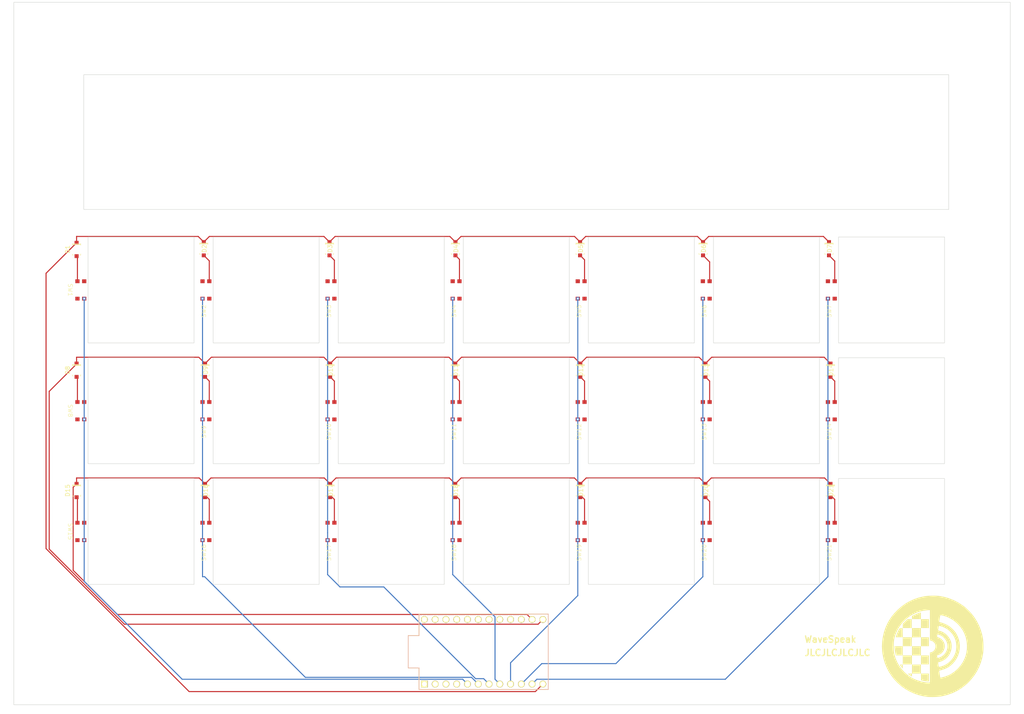
<source format=kicad_pcb>
(kicad_pcb (version 20221018) (generator pcbnew)
  (layers (0 "F.Cu" signal) (31 "B.Cu" signal) (34 "B.Paste" user) (35 "F.Paste" user) (36 "B.SilkS" user "B.Silkscreen") (37 "F.SilkS" user "F.Silkscreen") (38 "B.Mask" user) (39 "F.Mask" user) (44 "Edge.Cuts" user))
  (net 0 "")
  (net 1 "ROW0")
  (net 2 "ROW1")
  (net 3 "ROW2")
  (net 4 "COL0")
  (net 5 "COL1")
  (net 6 "COL2")
  (net 7 "COL3")
  (net 8 "COL4")
  (net 9 "COL5")
  (net 10 "COL6")
  (net 25 "Net-(D1-PadA)")
  (net 26 "Net-(D2-PadA)")
  (net 27 "Net-(D3-PadA)")
  (net 28 "Net-(D4-PadA)")
  (net 29 "Net-(D5-PadA)")
  (net 30 "Net-(D6-PadA)")
  (net 31 "Net-(D7-PadA)")
  (net 32 "Net-(D8-PadA)")
  (net 33 "Net-(D9-PadA)")
  (net 34 "Net-(D10-PadA)")
  (net 35 "Net-(D11-PadA)")
  (net 36 "Net-(D12-PadA)")
  (net 37 "Net-(D13-PadA)")
  (net 38 "Net-(D14-PadA)")
  (net 39 "Net-(D15-PadA)")
  (net 40 "Net-(D16-PadA)")
  (net 41 "Net-(D17-PadA)")
  (net 42 "Net-(D18-PadA)")
  (net 43 "Net-(D19-PadA)")
  (net 44 "Net-(D20-PadA)")
  (net 45 "Net-(D21-PadA)")
  (footprint "CustomSwitch:SW_223J" (layer "F.Cu") (at 207 81.809 90)
    (fp_text reference "SW7" (at -5 -0.5 90 unlocked) (layer "F.SilkS") (effects (font (thickness 0.1))))
    (fp_text value "SW_Push")
    (pad "1" smd rect (at 2.05 -0.8 90) (size 0.9 1) (layers "F.Cu" "F.Paste" "F.Mask") (net 10 "COL6"))
    (pad "2" smd rect (at 2.05 0.8 90) (size 0.9 1) (layers "F.Cu" "F.Paste" "F.Mask") (net 31 "Net-(D7-PadA)"))
    (pad "3" smd rect (at -2.05 0.8 90) (size 0.9 1) (layers "F.Cu" "F.Paste" "F.Mask"))
    (pad "4" smd rect (at -2.05 -0.8 90) (size 0.9 1) (layers "F.Cu" "F.Paste" "F.Mask") (net 10 "COL6"))
  )
  (footprint "CustomSwitch:SW_223J" (layer "F.Cu") (at 177.5 110.309 90)
    (fp_text reference "SW13" (at -5 -0.5 90 unlocked) (layer "F.SilkS") (effects (font (thickness 0.1))))
    (fp_text value "SW_Push")
    (pad "1" smd rect (at 2.05 -0.8 90) (size 0.9 1) (layers "F.Cu" "F.Paste" "F.Mask") (net 9 "COL5"))
    (pad "2" smd rect (at 2.05 0.8 90) (size 0.9 1) (layers "F.Cu" "F.Paste" "F.Mask") (net 37 "Net-(D13-PadA)"))
    (pad "3" smd rect (at -2.05 0.8 90) (size 0.9 1) (layers "F.Cu" "F.Paste" "F.Mask"))
    (pad "4" smd rect (at -2.05 -0.8 90) (size 0.9 1) (layers "F.Cu" "F.Paste" "F.Mask") (net 9 "COL5"))
  )
  (footprint "CustomSwitch:SW_223J" (layer "F.Cu") (at 89 138.809 90)
    (fp_text reference "SW17" (at -5 -0.5 90 unlocked) (layer "F.SilkS") (effects (font (thickness 0.1))))
    (fp_text value "SW_Push")
    (pad "1" smd rect (at 2.05 -0.8 90) (size 0.9 1) (layers "F.Cu" "F.Paste" "F.Mask") (net 6 "COL2"))
    (pad "2" smd rect (at 2.05 0.8 90) (size 0.9 1) (layers "F.Cu" "F.Paste" "F.Mask") (net 41 "Net-(D17-PadA)"))
    (pad "3" smd rect (at -2.05 0.8 90) (size 0.9 1) (layers "F.Cu" "F.Paste" "F.Mask"))
    (pad "4" smd rect (at -2.05 -0.8 90) (size 0.9 1) (layers "F.Cu" "F.Paste" "F.Mask") (net 6 "COL2"))
  )
  (footprint "CustomSwitch:SW_223J" (layer "F.Cu") (at 207 110.309 90)
    (fp_text reference "SW14" (at -5 -0.5 90 unlocked) (layer "F.SilkS") (effects (font (thickness 0.1))))
    (fp_text value "SW_Push")
    (pad "1" smd rect (at 2.05 -0.8 90) (size 0.9 1) (layers "F.Cu" "F.Paste" "F.Mask") (net 10 "COL6"))
    (pad "2" smd rect (at 2.05 0.8 90) (size 0.9 1) (layers "F.Cu" "F.Paste" "F.Mask") (net 38 "Net-(D14-PadA)"))
    (pad "3" smd rect (at -2.05 0.8 90) (size 0.9 1) (layers "F.Cu" "F.Paste" "F.Mask"))
    (pad "4" smd rect (at -2.05 -0.8 90) (size 0.9 1) (layers "F.Cu" "F.Paste" "F.Mask") (net 10 "COL6"))
  )
  (footprint "digikey-footprints:SOD-123" (layer "F.Cu") (at 59.3 129.15 -90)
    (fp_text reference "D16" (at -0.01 -0.14 90) (layer "F.SilkS"))
    (fp_text value "1N4148W-TP")
    (pad "A" smd rect (at 1.575 0 270) (size 0.9 0.95) (layers "F.Cu" "F.Paste" "F.Mask") (net 40 "Net-(D16-PadA)"))
    (pad "K" smd rect (at -1.575 0 270) (size 0.9 0.95) (layers "F.Cu" "F.Paste" "F.Mask") (net 3 "ROW2"))
  )
  (footprint "digikey-footprints:SOD-123" (layer "F.Cu") (at 88.65 72.075 -90)
    (fp_text reference "D3" (at -0.01 -0.14 90) (layer "F.SilkS"))
    (fp_text value "1N4148W-TP")
    (pad "A" smd rect (at 1.575 0 270) (size 0.9 0.95) (layers "F.Cu" "F.Paste" "F.Mask") (net 27 "Net-(D3-PadA)"))
    (pad "K" smd rect (at -1.575 0 270) (size 0.9 0.95) (layers "F.Cu" "F.Paste" "F.Mask") (net 1 "ROW0"))
  )
  (footprint "CustomSwitch:SW_223J" (layer "F.Cu") (at 89 110.309 90)
    (fp_text reference "SW10" (at -5 -0.5 90 unlocked) (layer "F.SilkS") (effects (font (thickness 0.1))))
    (fp_text value "SW_Push")
    (pad "1" smd rect (at 2.05 -0.8 90) (size 0.9 1) (layers "F.Cu" "F.Paste" "F.Mask") (net 6 "COL2"))
    (pad "2" smd rect (at 2.05 0.8 90) (size 0.9 1) (layers "F.Cu" "F.Paste" "F.Mask") (net 34 "Net-(D10-PadA)"))
    (pad "3" smd rect (at -2.05 0.8 90) (size 0.9 1) (layers "F.Cu" "F.Paste" "F.Mask"))
    (pad "4" smd rect (at -2.05 -0.8 90) (size 0.9 1) (layers "F.Cu" "F.Paste" "F.Mask") (net 6 "COL2"))
  )
  (footprint "CustomSwitch:SW_223J" (layer "F.Cu") (at 118.5 81.809 90)
    (fp_text reference "SW4" (at -5 -0.5 90 unlocked) (layer "F.SilkS") (effects (font (thickness 0.1))))
    (fp_text value "SW_Push")
    (pad "1" smd rect (at 2.05 -0.8 90) (size 0.9 1) (layers "F.Cu" "F.Paste" "F.Mask") (net 7 "COL3"))
    (pad "2" smd rect (at 2.05 0.8 90) (size 0.9 1) (layers "F.Cu" "F.Paste" "F.Mask") (net 28 "Net-(D4-PadA)"))
    (pad "3" smd rect (at -2.05 0.8 90) (size 0.9 1) (layers "F.Cu" "F.Paste" "F.Mask"))
    (pad "4" smd rect (at -2.05 -0.8 90) (size 0.9 1) (layers "F.Cu" "F.Paste" "F.Mask") (net 7 "COL3"))
  )
  (footprint "digikey-footprints:SOD-123" (layer "F.Cu") (at 147.75 72.075 -90)
    (fp_text reference "D5" (at -0.01 -0.14 90) (layer "F.SilkS"))
    (fp_text value "1N4148W-TP")
    (pad "A" smd rect (at 1.575 0 270) (size 0.9 0.95) (layers "F.Cu" "F.Paste" "F.Mask") (net 29 "Net-(D5-PadA)"))
    (pad "K" smd rect (at -1.575 0 270) (size 0.9 0.95) (layers "F.Cu" "F.Paste" "F.Mask") (net 1 "ROW0"))
  )
  (footprint "CustomSwitch:SW_223J" (layer "F.Cu") (at 30 110.309 -90)
    (fp_text reference "SW8" (at 0 2.5 -90 unlocked) (layer "F.SilkS") (effects (font (thickness 0.1))))
    (fp_text value "SW_Push")
    (pad "1" smd rect (at 2.05 -0.8 270) (size 0.9 1) (layers "F.Cu" "F.Paste" "F.Mask") (net 4 "COL0"))
    (pad "2" smd rect (at 2.05 0.8 270) (size 0.9 1) (layers "F.Cu" "F.Paste" "F.Mask") (net 32 "Net-(D8-PadA)"))
    (pad "3" smd rect (at -2.05 0.8 270) (size 0.9 1) (layers "F.Cu" "F.Paste" "F.Mask") (net 32 "Net-(D8-PadA)"))
    (pad "4" smd rect (at -2.05 -0.8 270) (size 0.9 1) (layers "F.Cu" "F.Paste" "F.Mask") (net 4 "COL0"))
  )
  (footprint "digikey-footprints:SOD-123" (layer "F.Cu") (at 206.45 72.075 -90)
    (fp_text reference "D7" (at -0.01 -0.14 90) (layer "F.SilkS"))
    (fp_text value "1N4148W-TP")
    (pad "A" smd rect (at 1.575 0 270) (size 0.9 0.95) (layers "F.Cu" "F.Paste" "F.Mask") (net 31 "Net-(D7-PadA)"))
    (pad "K" smd rect (at -1.575 0 270) (size 0.9 0.95) (layers "F.Cu" "F.Paste" "F.Mask") (net 1 "ROW0"))
  )
  (footprint "MountingHole:MountingHole_3mm" (layer "F.Cu") (at 245.107 16.655)
    (fp_text reference "REF**" hide)
    (fp_text value "MountingHole_3mm")
    (pad "" np_thru_hole circle (at 0 0) (size 3 3) (drill 3) (layers "F&B.Cu" "*.Mask"))
  )
  (footprint "CustomSwitch:SW_223J" (layer "F.Cu") (at 59.5 81.809 90)
    (fp_text reference "SW2" (at -5 -0.5 90 unlocked) (layer "F.SilkS") (effects (font (thickness 0.1))))
    (fp_text value "SW_Push")
    (pad "1" smd rect (at 2.05 -0.8 90) (size 0.9 1) (layers "F.Cu" "F.Paste" "F.Mask") (net 5 "COL1"))
    (pad "2" smd rect (at 2.05 0.8 90) (size 0.9 1) (layers "F.Cu" "F.Paste" "F.Mask") (net 26 "Net-(D2-PadA)"))
    (pad "3" smd rect (at -2.05 0.8 90) (size 0.9 1) (layers "F.Cu" "F.Paste" "F.Mask"))
    (pad "4" smd rect (at -2.05 -0.8 90) (size 0.9 1) (layers "F.Cu" "F.Paste" "F.Mask") (net 5 "COL1"))
  )
  (footprint "Logos:wavespeakLogo" (layer "F.Cu") (at 230.95 165.95)
    (fp_text reference "G***" hide)
    (fp_text value "LOGO" hide)
  )
  (footprint "digikey-footprints:SOD-123" (layer "F.Cu") (at 177.3 100.75 -90)
    (fp_text reference "D13" (at -0.01 -0.14 90) (layer "F.SilkS"))
    (fp_text value "1N4148W-TP")
    (pad "A" smd rect (at 1.575 0 270) (size 0.9 0.95) (layers "F.Cu" "F.Paste" "F.Mask") (net 37 "Net-(D13-PadA)"))
    (pad "K" smd rect (at -1.575 0 270) (size 0.9 0.95) (layers "F.Cu" "F.Paste" "F.Mask") (net 2 "ROW1"))
  )
  (footprint "CustomSwitch:SW_223J" (layer "F.Cu") (at 148 81.809 90)
    (fp_text reference "SW5" (at -5 -0.5 90 unlocked) (layer "F.SilkS") (effects (font (thickness 0.1))))
    (fp_text value "SW_Push")
    (pad "1" smd rect (at 2.05 -0.8 90) (size 0.9 1) (layers "F.Cu" "F.Paste" "F.Mask") (net 8 "COL4"))
    (pad "2" smd rect (at 2.05 0.8 90) (size 0.9 1) (layers "F.Cu" "F.Paste" "F.Mask") (net 29 "Net-(D5-PadA)"))
    (pad "3" smd rect (at -2.05 0.8 90) (size 0.9 1) (layers "F.Cu" "F.Paste" "F.Mask"))
    (pad "4" smd rect (at -2.05 -0.8 90) (size 0.9 1) (layers "F.Cu" "F.Paste" "F.Mask") (net 8 "COL4"))
  )
  (footprint "CustomSwitch:SW_223J" (layer "F.Cu") (at 148 138.809 90)
    (fp_text reference "SW19" (at -5 -0.5 90 unlocked) (layer "F.SilkS") (effects (font (thickness 0.1))))
    (fp_text value "SW_Push")
    (pad "1" smd rect (at 2.05 -0.8 90) (size 0.9 1) (layers "F.Cu" "F.Paste" "F.Mask") (net 8 "COL4"))
    (pad "2" smd rect (at 2.05 0.8 90) (size 0.9 1) (layers "F.Cu" "F.Paste" "F.Mask") (net 43 "Net-(D19-PadA)"))
    (pad "3" smd rect (at -2.05 0.8 90) (size 0.9 1) (layers "F.Cu" "F.Paste" "F.Mask"))
    (pad "4" smd rect (at -2.05 -0.8 90) (size 0.9 1) (layers "F.Cu" "F.Paste" "F.Mask") (net 8 "COL4"))
  )
  (footprint "CustomSwitch:SW_223J" (layer "F.Cu") (at 207 138.809 90)
    (fp_text reference "SW21" (at -5 -0.5 90 unlocked) (layer "F.SilkS") (effects (font (thickness 0.1))))
    (fp_text value "SW_Push")
    (pad "1" smd rect (at 2.05 -0.8 90) (size 0.9 1) (layers "F.Cu" "F.Paste" "F.Mask") (net 10 "COL6"))
    (pad "2" smd rect (at 2.05 0.8 90) (size 0.9 1) (layers "F.Cu" "F.Paste" "F.Mask") (net 45 "Net-(D21-PadA)"))
    (pad "3" smd rect (at -2.05 0.8 90) (size 0.9 1) (layers "F.Cu" "F.Paste" "F.Mask"))
    (pad "4" smd rect (at -2.05 -0.8 90) (size 0.9 1) (layers "F.Cu" "F.Paste" "F.Mask") (net 10 "COL6"))
  )
  (footprint "digikey-footprints:SOD-123" (layer "F.Cu") (at 59 72.075 -90)
    (fp_text reference "D2" (at -0.01 -0.14 90) (layer "F.SilkS"))
    (fp_text value "1N4148W-TP")
    (pad "A" smd rect (at 1.575 0 270) (size 0.9 0.95) (layers "F.Cu" "F.Paste" "F.Mask") (net 26 "Net-(D2-PadA)"))
    (pad "K" smd rect (at -1.575 0 270) (size 0.9 0.95) (layers "F.Cu" "F.Paste" "F.Mask") (net 1 "ROW0"))
  )
  (footprint "digikey-footprints:SOD-123" (layer "F.Cu") (at 147.8 100.75 -90)
    (fp_text reference "D12" (at -0.01 -0.14 90) (layer "F.SilkS"))
    (fp_text value "1N4148W-TP")
    (pad "A" smd rect (at 1.575 0 270) (size 0.9 0.95) (layers "F.Cu" "F.Paste" "F.Mask") (net 36 "Net-(D12-PadA)"))
    (pad "K" smd rect (at -1.575 0 270) (size 0.9 0.95) (layers "F.Cu" "F.Paste" "F.Mask") (net 2 "ROW1"))
  )
  (footprint "CustomSwitch:SW_223J" (layer "F.Cu") (at 177.5 81.809 90)
    (fp_text reference "SW6" (at -5 -0.5 90 unlocked) (layer "F.SilkS") (effects (font (thickness 0.1))))
    (fp_text value "SW_Push")
    (pad "1" smd rect (at 2.05 -0.8 90) (size 0.9 1) (layers "F.Cu" "F.Paste" "F.Mask") (net 9 "COL5"))
    (pad "2" smd rect (at 2.05 0.8 90) (size 0.9 1) (layers "F.Cu" "F.Paste" "F.Mask") (net 30 "Net-(D6-PadA)"))
    (pad "3" smd rect (at -2.05 0.8 90) (size 0.9 1) (layers "F.Cu" "F.Paste" "F.Mask"))
    (pad "4" smd rect (at -2.05 -0.8 90) (size 0.9 1) (layers "F.Cu" "F.Paste" "F.Mask") (net 9 "COL5"))
  )
  (footprint "MountingHole:MountingHole_3mm" (layer "F.Cu") (at 18.277 16.655)
    (fp_text reference "REF**" hide)
    (fp_text value "MountingHole_3mm")
    (pad "" np_thru_hole circle (at 0 0) (size 3 3) (drill 3) (layers "F&B.Cu" "*.Mask"))
  )
  (footprint "digikey-footprints:SOD-123" (layer "F.Cu") (at 88.8 100.75 -90)
    (fp_text reference "D10" (at -0.01 -0.14 90) (layer "F.SilkS"))
    (fp_text value "1N4148W-TP")
    (pad "A" smd rect (at 1.575 0 270) (size 0.9 0.95) (layers "F.Cu" "F.Paste" "F.Mask") (net 34 "Net-(D10-PadA)"))
    (pad "K" smd rect (at -1.575 0 270) (size 0.9 0.95) (layers "F.Cu" "F.Paste" "F.Mask") (net 2 "ROW1"))
  )
  (footprint "CustomSwitch:SW_223J" (layer "F.Cu") (at 30 138.809 -90)
    (fp_text reference "SW15" (at 0 2.5 -90 unlocked) (layer "F.SilkS") (effects (font (thickness 0.1))))
    (fp_text value "SW_Push")
    (pad "1" smd rect (at 2.05 -0.8 270) (size 0.9 1) (layers "F.Cu" "F.Paste" "F.Mask") (net 4 "COL0"))
    (pad "2" smd rect (at 2.05 0.8 270) (size 0.9 1) (layers "F.Cu" "F.Paste" "F.Mask") (net 39 "Net-(D15-PadA)"))
    (pad "3" smd rect (at -2.05 0.8 270) (size 0.9 1) (layers "F.Cu" "F.Paste" "F.Mask") (net 39 "Net-(D15-PadA)"))
    (pad "4" smd rect (at -2.05 -0.8 270) (size 0.9 1) (layers "F.Cu" "F.Paste" "F.Mask") (net 4 "COL0"))
  )
  (footprint "digikey-footprints:SOD-123" (layer "F.Cu") (at 176.75 72.075 -90)
    (fp_text reference "D6" (at -0.01 -0.14 90) (layer "F.SilkS"))
    (fp_text value "1N4148W-TP")
    (pad "A" smd rect (at 1.575 0 270) (size 0.9 0.95) (layers "F.Cu" "F.Paste" "F.Mask") (net 30 "Net-(D6-PadA)"))
    (pad "K" smd rect (at -1.575 0 270) (size 0.9 0.95) (layers "F.Cu" "F.Paste" "F.Mask") (net 1 "ROW0"))
  )
  (footprint "CustomSwitch:SW_223J" (layer "F.Cu") (at 148 110.309 90)
    (fp_text reference "SW12" (at -5 -0.5 90 unlocked) (layer "F.SilkS") (effects (font (thickness 0.1))))
    (fp_text value "SW_Push")
    (pad "1" smd rect (at 2.05 -0.8 90) (size 0.9 1) (layers "F.Cu" "F.Paste" "F.Mask") (net 8 "COL4"))
    (pad "2" smd rect (at 2.05 0.8 90) (size 0.9 1) (layers "F.Cu" "F.Paste" "F.Mask") (net 36 "Net-(D12-PadA)"))
    (pad "3" smd rect (at -2.05 0.8 90) (size 0.9 1) (layers "F.Cu" "F.Paste" "F.Mask"))
    (pad "4" smd rect (at -2.05 -0.8 90) (size 0.9 1) (layers "F.Cu" "F.Paste" "F.Mask") (net 8 "COL4"))
  )
  (footprint "MountingHole:MountingHole_3mm" (layer "F.Cu") (at 245.107 177.065)
    (fp_text reference "REF**" hide)
    (fp_text value "MountingHole_3mm")
    (pad "" np_thru_hole circle (at 0 0) (size 3 3) (drill 3) (layers "F&B.Cu" "*.Mask"))
  )
  (footprint "digikey-footprints:SOD-123" (layer "F.Cu") (at 206.8 129.15 -90)
    (fp_text reference "D21" (at -0.01 -0.14 90) (layer "F.SilkS"))
    (fp_text value "1N4148W-TP")
    (pad "A" smd rect (at 1.575 0 270) (size 0.9 0.95) (layers "F.Cu" "F.Paste" "F.Mask") (net 45 "Net-(D21-PadA)"))
    (pad "K" smd rect (at -1.575 0 270) (size 0.9 0.95) (layers "F.Cu" "F.Paste" "F.Mask") (net 3 "ROW2"))
  )
  (footprint "CustomSwitch:SW_223J" (layer "F.Cu") (at 118.5 110.309 90)
    (fp_text reference "SW11" (at -5 -0.5 90 unlocked) (layer "F.SilkS") (effects (font (thickness 0.1))))
    (fp_text value "SW_Push")
    (pad "1" smd rect (at 2.05 -0.8 90) (size 0.9 1) (layers "F.Cu" "F.Paste" "F.Mask") (net 7 "COL3"))
    (pad "2" smd rect (at 2.05 0.8 90) (size 0.9 1) (layers "F.Cu" "F.Paste" "F.Mask") (net 35 "Net-(D11-PadA)"))
    (pad "3" smd rect (at -2.05 0.8 90) (size 0.9 1) (layers "F.Cu" "F.Paste" "F.Mask"))
    (pad "4" smd rect (at -2.05 -0.8 90) (size 0.9 1) (layers "F.Cu" "F.Paste" "F.Mask") (net 7 "COL3"))
  )
  (footprint "digikey-footprints:SOD-123" (layer "F.Cu") (at 147.8 129.15 -90)
    (fp_text reference "D19" (at -0.01 -0.14 90) (layer "F.SilkS"))
    (fp_text value "1N4148W-TP")
    (pad "A" smd rect (at 1.575 0 270) (size 0.9 0.95) (layers "F.Cu" "F.Paste" "F.Mask") (net 43 "Net-(D19-PadA)"))
    (pad "K" smd rect (at -1.575 0 270) (size 0.9 0.95) (layers "F.Cu" "F.Paste" "F.Mask") (net 3 "ROW2"))
  )
  (footprint "digikey-footprints:SOD-123" (layer "F.Cu") (at 29 129.15 -90)
    (fp_text reference "D15" (at -0.01 2.11 90) (layer "F.SilkS"))
    (fp_text value "1N4148W-TP")
    (pad "A" smd rect (at 1.575 0 270) (size 0.9 0.95) (layers "F.Cu" "F.Paste" "F.Mask") (net 39 "Net-(D15-PadA)"))
    (pad "K" smd rect (at -1.575 0 270) (size 0.9 0.95) (layers "F.Cu" "F.Paste" "F.Mask") (net 3 "ROW2"))
  )
  (footprint "promicro:ProMicro" (layer "F.Cu") (at 125 167.2)
    (fp_text reference "U1" hide)
    (fp_text value "ProMicro")
    (pad "1" thru_hole rect (at -13.97 7.62) (size 1.6 1.6) (drill 1.1) (layers "*.Cu" "*.Mask" "F.SilkS"))
    (pad "2" thru_hole circle (at -11.43 7.62) (size 1.6 1.6) (drill 1.1) (layers "*.Cu" "*.Mask" "F.SilkS"))
    (pad "3" thru_hole circle (at -8.89 7.62) (size 1.6 1.6) (drill 1.1) (layers "*.Cu" "*.Mask" "F.SilkS"))
    (pad "4" thru_hole circle (at -6.35 7.62) (size 1.6 1.6) (drill 1.1) (layers "*.Cu" "*.Mask" "F.SilkS"))
    (pad "5" thru_hole circle (at -3.81 7.62) (size 1.6 1.6) (drill 1.1) (layers "*.Cu" "*.Mask" "F.SilkS") (net 4 "COL0"))
    (pad "6" thru_hole circle (at -1.27 7.62) (size 1.6 1.6) (drill 1.1) (layers "*.Cu" "*.Mask" "F.SilkS") (net 5 "COL1"))
    (pad "7" thru_hole circle (at 1.27 7.62) (size 1.6 1.6) (drill 1.1) (layers "*.Cu" "*.Mask" "F.SilkS") (net 6 "COL2"))
    (pad "8" thru_hole circle (at 3.81 7.62) (size 1.6 1.6) (drill 1.1) (layers "*.Cu" "*.Mask" "F.SilkS") (net 7 "COL3"))
    (pad "9" thru_hole circle (at 6.35 7.62) (size 1.6 1.6) (drill 1.1) (layers "*.Cu" "*.Mask" "F.SilkS") (net 8 "COL4"))
    (pad "10" thru_hole circle (at 8.89 7.62) (size 1.6 1.6) (drill 1.1) (layers "*.Cu" "*.Mask" "F.SilkS") (net 9 "COL5"))
    (pad "11" thru_hole circle (at 11.43 7.62) (size 1.6 1.6) (drill 1.1) (layers "*.Cu" "*.Mask" "F.SilkS") (net 10 "COL6"))
    (pad "12" thru_hole circle (at 13.97 7.62) (size 1.6 1.6) (drill 1.1) (layers "*.Cu" "*.Mask" "F.SilkS") (net 1 "ROW0"))
    (pad "13" thru_hole circle (at 13.97 -7.62) (size 1.6 1.6) (drill 1.1) (layers "*.Cu" "*.Mask" "F.SilkS") (net 2 "ROW1"))
    (pad "14" thru_hole circle (at 11.43 -7.62) (size 1.6 1.6) (drill 1.1) (layers "*.Cu" "*.Mask" "F.SilkS") (net 3 "ROW2"))
    (pad "15" thru_hole circle (at 8.89 -7.62) (size 1.6 1.6) (drill 1.1) (layers "*.Cu" "*.Mask" "F.SilkS"))
    (pad "16" thru_hole circle (at 6.35 -7.62) (size 1.6 1.6) (drill 1.1) (layers "*.Cu" "*.Mask" "F.SilkS"))
    (pad "17" thru_hole circle (at 3.81 -7.62) (size 1.6 1.6) (drill 1.1) (layers "*.Cu" "*.Mask" "F.SilkS"))
    (pad "18" thru_hole circle (at 1.27 -7.62) (size 1.6 1.6) (drill 1.1) (layers "*.Cu" "*.Mask" "F.SilkS"))
    (pad "19" thru_hole circle (at -1.27 -7.62) (size 1.6 1.6) (drill 1.1) (layers "*.Cu" "*.Mask" "F.SilkS"))
    (pad "20" thru_hole circle (at -3.81 -7.62) (size 1.6 1.6) (drill 1.1) (layers "*.Cu" "*.Mask" "F.SilkS"))
    (pad "21" thru_hole circle (at -6.35 -7.62) (size 1.6 1.6) (drill 1.1) (layers "*.Cu" "*.Mask" "F.SilkS"))
    (pad "22" thru_hole circle (at -8.89 -7.62) (size 1.6 1.6) (drill 1.1) (layers "*.Cu" "*.Mask" "F.SilkS"))
    (pad "23" thru_hole circle (at -11.43 -7.62) (size 1.6 1.6) (drill 1.1) (layers "*.Cu" "*.Mask" "F.SilkS"))
    (pad "24" thru_hole circle (at -13.97 -7.62) (size 1.6 1.6) (drill 1.1) (layers "*.Cu" "*.Mask" "F.SilkS"))
  )
  (footprint "CustomSwitch:SW_223J" (layer "F.Cu") (at 59.5 110.309 90)
    (fp_text reference "SW9" (at -5 -0.5 90 unlocked) (layer "F.SilkS") (effects (font (thickness 0.1))))
    (fp_text value "SW_Push")
    (pad "1" smd rect (at 2.05 -0.8 90) (size 0.9 1) (layers "F.Cu" "F.Paste" "F.Mask") (net 5 "COL1"))
    (pad "2" smd rect (at 2.05 0.8 90) (size 0.9 1) (layers "F.Cu" "F.Paste" "F.Mask") (net 33 "Net-(D9-PadA)"))
    (pad "3" smd rect (at -2.05 0.8 90) (size 0.9 1) (layers "F.Cu" "F.Paste" "F.Mask"))
    (pad "4" smd rect (at -2.05 -0.8 90) (size 0.9 1) (layers "F.Cu" "F.Paste" "F.Mask") (net 5 "COL1"))
  )
  (footprint "digikey-footprints:SOD-123" (layer "F.Cu") (at 118.3 100.75 -90)
    (fp_text reference "D11" (at -0.01 -0.14 90) (layer "F.SilkS"))
    (fp_text value "1N4148W-TP")
    (pad "A" smd rect (at 1.575 0 270) (size 0.9 0.95) (layers "F.Cu" "F.Paste" "F.Mask") (net 35 "Net-(D11-PadA)"))
    (pad "K" smd rect (at -1.575 0 270) (size 0.9 0.95) (layers "F.Cu" "F.Paste" "F.Mask") (net 2 "ROW1"))
  )
  (footprint "CustomSwitch:SW_223J" (layer "F.Cu") (at 118.5 138.809 90)
    (fp_text reference "SW18" (at -5 -0.5 90 unlocked) (layer "F.SilkS") (effects (font (thickness 0.1))))
    (fp_text value "SW_Push")
    (pad "1" smd rect (at 2.05 -0.8 90) (size 0.9 1) (layers "F.Cu" "F.Paste" "F.Mask") (net 7 "COL3"))
    (pad "2" smd rect (at 2.05 0.8 90) (size 0.9 1) (layers "F.Cu" "F.Paste" "F.Mask") (net 42 "Net-(D18-PadA)"))
    (pad "3" smd rect (at -2.05 0.8 90) (size 0.9 1) (layers "F.Cu" "F.Paste" "F.Mask"))
    (pad "4" smd rect (at -2.05 -0.8 90) (size 0.9 1) (layers "F.Cu" "F.Paste" "F.Mask") (net 7 "COL3"))
  )
  (footprint "digikey-footprints:SOD-123" (layer "F.Cu") (at 29 100.75 -90)
    (fp_text reference "D8" (at -0.01 2.11 90) (layer "F.SilkS"))
    (fp_text value "1N4148W-TP")
    (pad "A" smd rect (at 1.575 0 270) (size 0.9 0.95) (layers "F.Cu" "F.Paste" "F.Mask") (net 32 "Net-(D8-PadA)"))
    (pad "K" smd rect (at -1.575 0 270) (size 0.9 0.95) (layers "F.Cu" "F.Paste" "F.Mask") (net 2 "ROW1"))
  )
  (footprint "digikey-footprints:SOD-123" (layer "F.Cu") (at 59.3 100.75 -90)
    (fp_text reference "D9" (at -0.01 -0.14 90) (layer "F.SilkS"))
    (fp_text value "1N4148W-TP")
    (pad "A" smd rect (at 1.575 0 270) (size 0.9 0.95) (layers "F.Cu" "F.Paste" "F.Mask") (net 33 "Net-(D9-PadA)"))
    (pad "K" smd rect (at -1.575 0 270) (size 0.9 0.95) (layers "F.Cu" "F.Paste" "F.Mask") (net 2 "ROW1"))
  )
  (footprint "CustomSwitch:SW_223J" (layer "F.Cu") (at 59.5 138.809 90)
    (fp_text reference "SW16" (at -5 -0.5 90 unlocked) (layer "F.SilkS") (effects (font (thickness 0.1))))
    (fp_text value "SW_Push")
    (pad "1" smd rect (at 2.05 -0.8 90) (size 0.9 1) (layers "F.Cu" "F.Paste" "F.Mask") (net 5 "COL1"))
    (pad "2" smd rect (at 2.05 0.8 90) (size 0.9 1) (layers "F.Cu" "F.Paste" "F.Mask") (net 40 "Net-(D16-PadA)"))
    (pad "3" smd rect (at -2.05 0.8 90) (size 0.9 1) (layers "F.Cu" "F.Paste" "F.Mask"))
    (pad "4" smd rect (at -2.05 -0.8 90) (size 0.9 1) (layers "F.Cu" "F.Paste" "F.Mask") (net 5 "COL1"))
  )
  (footprint "digikey-footprints:SOD-123" (layer "F.Cu") (at 177.3 129.15 -90)
    (fp_text reference "D20" (at -0.01 -0.14 90) (layer "F.SilkS"))
    (fp_text value "1N4148W-TP")
    (pad "A" smd rect (at 1.575 0 270) (size 0.9 0.95) (layers "F.Cu" "F.Paste" "F.Mask") (net 44 "Net-(D20-PadA)"))
    (pad "K" smd rect (at -1.575 0 270) (size 0.9 0.95) (layers "F.Cu" "F.Paste" "F.Mask") (net 3 "ROW2"))
  )
  (footprint "CustomSwitch:SW_223J" (layer "F.Cu") (at 89 81.809 90)
    (fp_text reference "SW3" (at -5 -0.5 90 unlocked) (layer "F.SilkS") (effects (font (thickness 0.1))))
    (fp_text value "SW_Push")
    (pad "1" smd rect (at 2.05 -0.8 90) (size 0.9 1) (layers "F.Cu" "F.Paste" "F.Mask") (net 6 "COL2"))
    (pad "2" smd rect (at 2.05 0.8 90) (size 0.9 1) (layers "F.Cu" "F.Paste" "F.Mask") (net 27 "Net-(D3-PadA)"))
    (pad "3" smd rect (at -2.05 0.8 90) (size 0.9 1) (layers "F.Cu" "F.Paste" "F.Mask"))
    (pad "4" smd rect (at -2.05 -0.8 90) (size 0.9 1) (layers "F.Cu" "F.Paste" "F.Mask") (net 6 "COL2"))
  )
  (footprint "CustomSwitch:SW_223J" (layer "F.Cu") (at 177.5 138.809 90)
    (fp_text reference "SW20" (at -5 -0.5 90 unlocked) (layer "F.SilkS") (effects (font (thickness 0.1))))
    (fp_text value "SW_Push")
    (pad "1" smd rect (at 2.05 -0.8 90) (size 0.9 1) (layers "F.Cu" "F.Paste" "F.Mask") (net 9 "COL5"))
    (pad "2" smd rect (at 2.05 0.8 90) (size 0.9 1) (layers "F.Cu" "F.Paste" "F.Mask") (net 44 "Net-(D20-PadA)"))
    (pad "3" smd rect (at -2.05 0.8 90) (size 0.9 1) (layers "F.Cu" "F.Paste" "F.Mask"))
    (pad "4" smd rect (at -2.05 -0.8 90) (size 0.9 1) (layers "F.Cu" "F.Paste" "F.Mask") (net 9 "COL5"))
  )
  (footprint "digikey-footprints:SOD-123" (layer "F.Cu") (at 206.8 100.75 -90)
    (fp_text reference "D14" (at -0.01 -0.14 90) (layer "F.SilkS"))
    (fp_text value "1N4148W-TP")
    (pad "A" smd rect (at 1.575 0 270) (size 0.9 0.95) (layers "F.Cu" "F.Paste" "F.Mask") (net 38 "Net-(D14-PadA)"))
    (pad "K" smd rect (at -1.575 0 270) (size 0.9 0.95) (layers "F.Cu" "F.Paste" "F.Mask") (net 2 "ROW1"))
  )
  (footprint "MountingHole:MountingHole_3mm" (layer "F.Cu") (at 18.277 177.065)
    (fp_text reference "REF**" hide)
    (fp_text value "MountingHole_3mm")
    (pad "" np_thru_hole circle (at 0 0) (size 3 3) (drill 3) (layers "F&B.Cu" "*.Mask"))
  )
  (footprint "digikey-footprints:SOD-123" (layer "F.Cu") (at 118.35 72.075 -90)
    (fp_text reference "D4" (at -0.01 -0.14 90) (layer "F.SilkS"))
    (fp_text value "1N4148W-TP")
    (pad "A" smd rect (at 1.575 0 270) (size 0.9 0.95) (layers "F.Cu" "F.Paste" "F.Mask") (net 28 "Net-(D4-PadA)"))
    (pad "K" smd rect (at -1.575 0 270) (size 0.9 0.95) (layers "F.Cu" "F.Paste" "F.Mask") (net 1 "ROW0"))
  )
  (footprint "digikey-footprints:SOD-123" (layer "F.Cu") (at 29 72.25 -90)
    (fp_text reference "D1" (at -0.01 2.11 90) (layer "F.SilkS"))
    (fp_text value "1N4148W-TP")
    (pad "A" smd rect (at 1.575 0 270) (size 0.9 0.95) (layers "F.Cu" "F.Paste" "F.Mask") (net 25 "Net-(D1-PadA)"))
    (pad "K" smd rect (at -1.575 0 270) (size 0.9 0.95) (layers "F.Cu" "F.Paste" "F.Mask") (net 1 "ROW0"))
  )
  (footprint "CustomSwitch:SW_223J" (layer "F.Cu") (at 30 81.809 -90)
    (fp_text reference "SW1" (at 0 2.5 -90 unlocked) (layer "F.SilkS") (effects (font (thickness 0.1))))
    (fp_text value "SW_Push")
    (pad "1" smd rect (at 2.05 -0.8 270) (size 0.9 1) (layers "F.Cu" "F.Paste" "F.Mask") (net 4 "COL0"))
    (pad "2" smd rect (at 2.05 0.8 270) (size 0.9 1) (layers "F.Cu" "F.Paste" "F.Mask") (net 25 "Net-(D1-PadA)"))
    (pad "3" smd rect (at -2.05 0.8 270) (size 0.9 1) (layers "F.Cu" "F.Paste" "F.Mask") (net 25 "Net-(D1-PadA)"))
    (pad "4" smd rect (at -2.05 -0.8 270) (size 0.9 1) (layers "F.Cu" "F.Paste" "F.Mask") (net 4 "COL0"))
  )
  (footprint "digikey-footprints:SOD-123" (layer "F.Cu") (at 118.3 129.15 -90)
    (fp_text reference "D18" (at -0.01 -0.14 90) (layer "F.SilkS"))
    (fp_text value "1N4148W-TP")
    (pad "A" smd rect (at 1.575 0 270) (size 0.9 0.95) (layers "F.Cu" "F.Paste" "F.Mask") (net 42 "Net-(D18-PadA)"))
    (pad "K" smd rect (at -1.575 0 270) (size 0.9 0.95) (layers "F.Cu" "F.Paste" "F.Mask") (net 3 "ROW2"))
  )
  (footprint "digikey-footprints:SOD-123" (layer "F.Cu") (at 88.8 129.15 -90)
    (fp_text reference "D17" (at -0.01 -0.14 90) (layer "F.SilkS"))
    (fp_text value "1N4148W-TP")
    (pad "A" smd rect (at 1.575 0 270) (size 0.9 0.95) (layers "F.Cu" "F.Paste" "F.Mask") (net 41 "Net-(D17-PadA)"))
    (pad "K" smd rect (at -1.575 0 270) (size 0.9 0.95) (layers "F.Cu" "F.Paste" "F.Mask") (net 3 "ROW2"))
  )
  (gr_rect (start 61.2 126.309) (end 86.2 151.309) (stroke (width 0.1)) (fill none) (layer "Edge.Cuts"))
  (gr_rect (start 179.2 69.309) (end 204.2 94.309) (stroke (width 0.1)) (fill none) (layer "Edge.Cuts"))
  (gr_rect (start 120.2 126.309) (end 145.2 151.309) (stroke (width 0.1)) (fill none) (layer "Edge.Cuts"))
  (gr_rect (start 179.2 97.809) (end 204.2 122.809) (stroke (width 0.1)) (fill none) (layer "Edge.Cuts"))
  (gr_rect (start 149.7 69.309) (end 174.7 94.309) (stroke (width 0.1)) (fill none) (layer "Edge.Cuts"))
  (gr_rect (start 61.2 69.309) (end 86.2 94.309) (stroke (width 0.1)) (fill none) (layer "Edge.Cuts"))
  (gr_rect (start 149.7 97.809) (end 174.7 122.809) (stroke (width 0.1)) (fill none) (layer "Edge.Cuts"))
  (gr_rect (start 208.7 126.309) (end 233.7 151.309) (stroke (width 0.1)) (fill none) (layer "Edge.Cuts"))
  (gr_rect (start 179.2 126.309) (end 204.2 151.309) (stroke (width 0.1)) (fill none) (layer "Edge.Cuts"))
  (gr_rect (start 31.7 126.309) (end 56.7 151.309) (stroke (width 0.1)) (fill none) (layer "Edge.Cuts"))
  (gr_rect (start 120.2 69.309) (end 145.2 94.309) (stroke (width 0.1)) (fill none) (layer "Edge.Cuts"))
  (gr_rect (start 208.7 69.309) (end 233.7 94.309) (stroke (width 0.1)) (fill none) (layer "Edge.Cuts"))
  (gr_rect (start 90.7 69.309) (end 115.7 94.309) (stroke (width 0.1)) (fill none) (layer "Edge.Cuts"))
  (gr_rect (start 149.7 126.309) (end 174.7 151.309) (stroke (width 0.1)) (fill none) (layer "Edge.Cuts"))
  (gr_rect (start 208.7 97.809) (end 233.7 122.809) (stroke (width 0.1)) (fill none) (layer "Edge.Cuts"))
  (gr_rect (start 61.2 97.809) (end 86.2 122.809) (stroke (width 0.1)) (fill none) (layer "Edge.Cuts"))
  (gr_rect (start 14.2 13.928) (end 249.2 179.7) (stroke (width 0.1)) (fill none) (layer "Edge.Cuts"))
  (gr_rect (start 90.7 97.809) (end 115.7 122.809) (stroke (width 0.1)) (fill none) (layer "Edge.Cuts"))
  (gr_rect (start 90.7 126.309) (end 115.7 151.309) (stroke (width 0.1)) (fill none) (layer "Edge.Cuts"))
  (gr_rect (start 31.7 69.309) (end 56.7 94.309) (stroke (width 0.1)) (fill none) (layer "Edge.Cuts"))
  (gr_rect (start 120.2 97.809) (end 145.2 122.809) (stroke (width 0.1)) (fill none) (layer "Edge.Cuts"))
  (gr_rect (start 30.7 31.011) (end 234.7 62.809) (stroke (width 0.1)) (fill none) (layer "Edge.Cuts"))
  (gr_rect (start 31.7 97.809) (end 56.7 122.809) (stroke (width 0.1)) (fill none) (layer "Edge.Cuts"))
  (gr_text "WaveSpeak" (at 200.5 165.15) (layer "F.SilkS") (effects (font (size 1.5 1.5) (thickness 0.3) bold) (justify left bottom)))
  (gr_text "JLCJLCJLCJLC" (at 200.55 168.3) (layer "F.SilkS") (effects (font (size 1.5 1.5) (thickness 0.3) bold) (justify left bottom)))
  (segment (start 59 70.5) (end 57.684 69.184) (width 0.25) (layer "F.Cu") (net 1))
  (segment (start 149.066 69.184) (end 175.434 69.184) (width 0.25) (layer "F.Cu") (net 1))
  (segment (start 29 69.2) (end 29 70.675) (width 0.25) (layer "F.Cu") (net 1))
  (segment (start 87.334 69.184) (end 88.65 70.5) (width 0.25) (layer "F.Cu") (net 1))
  (segment (start 175.434 69.184) (end 176.75 70.5) (width 0.25) (layer "F.Cu") (net 1))
  (segment (start 89.966 69.184) (end 117.034 69.184) (width 0.25) (layer "F.Cu") (net 1))
  (segment (start 147.75 70.5) (end 149.066 69.184) (width 0.25) (layer "F.Cu") (net 1))
  (segment (start 117.034 69.184) (end 118.35 70.5) (width 0.25) (layer "F.Cu") (net 1))
  (segment (start 29 70.675) (end 21.8 77.875) (width 0.25) (layer "F.Cu") (net 1))
  (segment (start 57.684 69.184) (end 29.016 69.184) (width 0.25) (layer "F.Cu") (net 1))
  (segment (start 59 70.5) (end 60.316 69.184) (width 0.25) (layer "F.Cu") (net 1))
  (segment (start 205.134 69.184) (end 206.45 70.5) (width 0.25) (layer "F.Cu") (net 1))
  (segment (start 178.066 69.184) (end 205.134 69.184) (width 0.25) (layer "F.Cu") (net 1))
  (segment (start 21.8 77.875) (end 21.8 142.858569) (width 0.25) (layer "F.Cu") (net 1))
  (segment (start 88.65 70.5) (end 89.966 69.184) (width 0.25) (layer "F.Cu") (net 1))
  (segment (start 118.35 70.5) (end 119.666 69.184) (width 0.25) (layer "F.Cu") (net 1))
  (segment (start 55.541431 176.6) (end 137.19 176.6) (width 0.25) (layer "F.Cu") (net 1))
  (segment (start 119.666 69.184) (end 146.434 69.184) (width 0.25) (layer "F.Cu") (net 1))
  (segment (start 146.434 69.184) (end 147.75 70.5) (width 0.25) (layer "F.Cu") (net 1))
  (segment (start 176.75 70.5) (end 178.066 69.184) (width 0.25) (layer "F.Cu") (net 1))
  (segment (start 137.19 176.6) (end 138.97 174.82) (width 0.25) (layer "F.Cu") (net 1))
  (segment (start 60.316 69.184) (end 87.334 69.184) (width 0.25) (layer "F.Cu") (net 1))
  (segment (start 29.016 69.184) (end 29 69.2) (width 0.25) (layer "F.Cu") (net 1))
  (segment (start 21.8 142.858569) (end 55.541431 176.6) (width 0.25) (layer "F.Cu") (net 1))
  (segment (start 40.282827 160.705) (end 137.845 160.705) (width 0.25) (layer "F.Cu") (net 2))
  (segment (start 29.016 97.684) (end 29 97.7) (width 0.25) (layer "F.Cu") (net 2))
  (segment (start 29 99.284) (end 22.55 105.734) (width 0.25) (layer "F.Cu") (net 2))
  (segment (start 57.809 97.684) (end 29.016 97.684) (width 0.25) (layer "F.Cu") (net 2))
  (segment (start 90.291 97.684) (end 116.809 97.684) (width 0.25) (layer "F.Cu") (net 2))
  (segment (start 119.791 97.684) (end 146.309 97.684) (width 0.25) (layer "F.Cu") (net 2))
  (segment (start 147.8 99.175) (end 149.291 97.684) (width 0.25) (layer "F.Cu") (net 2))
  (segment (start 59.3 99.175) (end 57.809 97.684) (width 0.25) (layer "F.Cu") (net 2))
  (segment (start 149.291 97.684) (end 175.809 97.684) (width 0.25) (layer "F.Cu") (net 2))
  (segment (start 177.3 99.175) (end 178.791 97.684) (width 0.25) (layer "F.Cu") (net 2))
  (segment (start 22.55 142.972173) (end 40.282827 160.705) (width 0.25) (layer "F.Cu") (net 2))
  (segment (start 146.309 97.684) (end 147.8 99.175) (width 0.25) (layer "F.Cu") (net 2))
  (segment (start 22.55 105.734) (end 22.55 142.972173) (width 0.25) (layer "F.Cu") (net 2))
  (segment (start 59.3 99.175) (end 60.791 97.684) (width 0.25) (layer "F.Cu") (net 2))
  (segment (start 88.8 99.175) (end 90.291 97.684) (width 0.25) (layer "F.Cu") (net 2))
  (segment (start 60.791 97.684) (end 87.309 97.684) (width 0.25) (layer "F.Cu") (net 2))
  (segment (start 29 97.7) (end 29 99.175) (width 0.25) (layer "F.Cu") (net 2))
  (segment (start 178.791 97.684) (end 205.309 97.684) (width 0.25) (layer "F.Cu") (net 2))
  (segment (start 87.309 97.684) (end 88.8 99.175) (width 0.25) (layer "F.Cu") (net 2))
  (segment (start 175.809 97.684) (end 177.3 99.175) (width 0.25) (layer "F.Cu") (net 2))
  (segment (start 29 99.175) (end 29 99.284) (width 0.25) (layer "F.Cu") (net 2))
  (segment (start 137.845 160.705) (end 138.97 159.58) (width 0.25) (layer "F.Cu") (net 2))
  (segment (start 116.809 97.684) (end 118.3 99.175) (width 0.25) (layer "F.Cu") (net 2))
  (segment (start 205.309 97.684) (end 206.8 99.175) (width 0.25) (layer "F.Cu") (net 2))
  (segment (start 118.3 99.175) (end 119.791 97.684) (width 0.25) (layer "F.Cu") (net 2))
  (segment (start 178.691 126.184) (end 205.409 126.184) (width 0.25) (layer "F.Cu") (net 3))
  (segment (start 205.409 126.184) (end 206.8 127.575) (width 0.25) (layer "F.Cu") (net 3))
  (segment (start 38.614223 158.4) (end 135.25 158.4) (width 0.25) (layer "F.Cu") (net 3))
  (segment (start 116.909 126.184) (end 118.3 127.575) (width 0.25) (layer "F.Cu") (net 3))
  (segment (start 118.3 127.575) (end 119.691 126.184) (width 0.25) (layer "F.Cu") (net 3))
  (segment (start 135.25 158.4) (end 136.43 159.58) (width 0.25) (layer "F.Cu") (net 3))
  (segment (start 87.409 126.184) (end 88.8 127.575) (width 0.25) (layer "F.Cu") (net 3))
  (segment (start 146.409 126.184) (end 147.8 127.575) (width 0.25) (layer "F.Cu") (net 3))
  (segment (start 29 126.2) (end 29 127.575) (width 0.25) (layer "F.Cu") (net 3))
  (segment (start 149.191 126.184) (end 147.8 127.575) (width 0.25) (layer "F.Cu") (net 3))
  (segment (start 88.8 127.575) (end 90.191 126.184) (width 0.25) (layer "F.Cu") (net 3))
  (segment (start 119.691 126.184) (end 146.409 126.184) (width 0.25) (layer "F.Cu") (net 3))
  (segment (start 60.691 126.184) (end 87.409 126.184) (width 0.25) (layer "F.Cu") (net 3))
  (segment (start 28.2 147.985777) (end 38.614223 158.4) (width 0.25) (layer "F.Cu") (net 3))
  (segment (start 175.909 126.184) (end 149.191 126.184) (width 0.25) (layer "F.Cu") (net 3))
  (segment (start 28.2 128.375) (end 28.2 147.985777) (width 0.25) (layer "F.Cu") (net 3))
  (segment (start 29.016 126.184) (end 29 126.2) (width 0.25) (layer "F.Cu") (net 3))
  (segment (start 29 127.575) (end 28.2 128.375) (width 0.25) (layer "F.Cu") (net 3))
  (segment (start 177.3 127.575) (end 178.691 126.184) (width 0.25) (layer "F.Cu") (net 3))
  (segment (start 90.191 126.184) (end 116.909 126.184) (width 0.25) (layer "F.Cu") (net 3))
  (segment (start 59.3 127.575) (end 60.691 126.184) (width 0.25) (layer "F.Cu") (net 3))
  (segment (start 57.909 126.184) (end 29.016 126.184) (width 0.25) (layer "F.Cu") (net 3))
  (segment (start 177.3 127.575) (end 175.909 126.184) (width 0.25) (layer "F.Cu") (net 3))
  (segment (start 59.3 127.575) (end 57.909 126.184) (width 0.25) (layer "F.Cu") (net 3))
  (via (at 30.8 112.35) (size 0.8) (drill 0.4) (layers "F.Cu" "B.Cu") (net 4))
  (via (at 30.8 83.85) (size 0.8) (drill 0.4) (layers "F.Cu" "B.Cu") (net 4))
  (via (at 30.8 140.85) (size 0.8) (drill 0.4) (layers "F.Cu" "B.Cu") (net 4))
  (segment (start 30.8 83.85) (end 30.8 112.35) (width 0.25) (layer "B.Cu") (net 4))
  (segment (start 30.8 112.35) (end 30.8 140.85) (width 0.25) (layer "B.Cu") (net 4))
  (segment (start 30.8 150.585777) (end 53.909223 173.695) (width 0.25) (layer "B.Cu") (net 4))
  (segment (start 120.065 173.695) (end 121.19 174.82) (width 0.25) (layer "B.Cu") (net 4))
  (segment (start 53.909223 173.695) (end 120.065 173.695) (width 0.25) (layer "B.Cu") (net 4))
  (segment (start 30.8 140.85) (end 30.8 150.585777) (width 0.25) (layer "B.Cu") (net 4))
  (via (at 58.7 83.85) (size 0.8) (drill 0.4) (layers "F.Cu" "B.Cu") (net 5))
  (via (at 58.7 112.35) (size 0.8) (drill 0.4) (layers "F.Cu" "B.Cu") (net 5))
  (via (at 58.7 140.85) (size 0.8) (drill 0.4) (layers "F.Cu" "B.Cu") (net 5))
  (segment (start 122.155 173.245) (end 82.959223 173.245) (width 0.25) (layer "B.Cu") (net 5))
  (segment (start 58.7 83.85) (end 58.7 112.35) (width 0.25) (layer "B.Cu") (net 5))
  (segment (start 58.7 149.485777) (end 58.7 140.85) (width 0.25) (layer "B.Cu") (net 5))
  (segment (start 58.7 112.35) (end 58.7 140.85) (width 0.25) (layer "B.Cu") (net 5))
  (segment (start 123.73 174.82) (end 122.155 173.245) (width 0.25) (layer "B.Cu") (net 5))
  (segment (start 59.2 149.485777) (end 58.7 149.485777) (width 0.25) (layer "B.Cu") (net 5))
  (segment (start 82.959223 173.245) (end 59.2 149.485777) (width 0.25) (layer "B.Cu") (net 5))
  (via (at 88.2 112.35) (size 0.8) (drill 0.4) (layers "F.Cu" "B.Cu") (net 6))
  (via (at 88.2 83.85) (size 0.8) (drill 0.4) (layers "F.Cu" "B.Cu") (net 6))
  (via (at 88.2 140.85) (size 0.8) (drill 0.4) (layers "F.Cu" "B.Cu") (net 6))
  (segment (start 88.2 112.35) (end 88.2 139.1) (width 0.25) (layer "B.Cu") (net 6))
  (segment (start 101.446396 151.9) (end 123.096396 173.55) (width 0.25) (layer "B.Cu") (net 6))
  (segment (start 88.2 83.85) (end 88.2 112.35) (width 0.25) (layer "B.Cu") (net 6))
  (segment (start 88.2 139.1) (end 88.2 140.85) (width 0.25) (layer "B.Cu") (net 6))
  (segment (start 125 173.55) (end 126.27 174.82) (width 0.25) (layer "B.Cu") (net 6))
  (segment (start 88.2 148.985777) (end 91.114223 151.9) (width 0.25) (layer "B.Cu") (net 6))
  (segment (start 91.114223 151.9) (end 101.446396 151.9) (width 0.25) (layer "B.Cu") (net 6))
  (segment (start 88.2 140.85) (end 88.2 148.985777) (width 0.25) (layer "B.Cu") (net 6))
  (segment (start 123.096396 173.55) (end 125 173.55) (width 0.25) (layer "B.Cu") (net 6))
  (via (at 117.7 140.85) (size 0.8) (drill 0.4) (layers "F.Cu" "B.Cu") (net 7))
  (via (at 117.7 83.85) (size 0.8) (drill 0.4) (layers "F.Cu" "B.Cu") (net 7))
  (via (at 117.7 112.35) (size 0.8) (drill 0.4) (layers "F.Cu" "B.Cu") (net 7))
  (segment (start 127.685 158.970777) (end 127.685 173.695) (width 0.25) (layer "B.Cu") (net 7))
  (segment (start 117.7 83.85) (end 117.7 112.35) (width 0.25) (layer "B.Cu") (net 7))
  (segment (start 117.7 112.35) (end 117.7 140.85) (width 0.25) (layer "B.Cu") (net 7))
  (segment (start 117.7 148.985777) (end 127.685 158.970777) (width 0.25) (layer "B.Cu") (net 7))
  (segment (start 127.685 173.695) (end 128.81 174.82) (width 0.25) (layer "B.Cu") (net 7))
  (segment (start 117.7 140.85) (end 117.7 148.985777) (width 0.25) (layer "B.Cu") (net 7))
  (via (at 147.2 83.85) (size 0.8) (drill 0.4) (layers "F.Cu" "B.Cu") (net 8))
  (via (at 147.2 140.85) (size 0.8) (drill 0.4) (layers "F.Cu" "B.Cu") (net 8))
  (via (at 147.2 112.35) (size 0.8) (drill 0.4) (layers "F.Cu" "B.Cu") (net 8))
  (segment (start 147.2 112.35) (end 147.2 140.85) (width 0.25) (layer "B.Cu") (net 8))
  (segment (start 147.2 153.95) (end 131.35 169.8) (width 0.25) (layer "B.Cu") (net 8))
  (segment (start 131.35 169.8) (end 131.35 174.82) (width 0.25) (layer "B.Cu") (net 8))
  (segment (start 147.2 83.85) (end 147.2 112.35) (width 0.25) (layer "B.Cu") (net 8))
  (segment (start 147.2 140.85) (end 147.2 153.95) (width 0.25) (layer "B.Cu") (net 8))
  (via (at 176.7 140.85) (size 0.8) (drill 0.4) (layers "F.Cu" "B.Cu") (net 9))
  (via (at 176.7 83.85) (size 0.8) (drill 0.4) (layers "F.Cu" "B.Cu") (net 9))
  (via (at 176.7 112.35) (size 0.8) (drill 0.4) (layers "F.Cu" "B.Cu") (net 9))
  (segment (start 176.7 140.85) (end 176.7 141.6) (width 0.25) (layer "B.Cu") (net 9))
  (segment (start 176.7 112.35) (end 176.7 141.6) (width 0.25) (layer "B.Cu") (net 9))
  (segment (start 176.7 149.485777) (end 156.185777 170) (width 0.25) (layer "B.Cu") (net 9))
  (segment (start 176.7 83.85) (end 176.7 112.35) (width 0.25) (layer "B.Cu") (net 9))
  (segment (start 138.71 170) (end 133.89 174.82) (width 0.25) (layer "B.Cu") (net 9))
  (segment (start 176.7 141.6) (end 176.7 149.485777) (width 0.25) (layer "B.Cu") (net 9))
  (segment (start 156.185777 170) (end 138.71 170) (width 0.25) (layer "B.Cu") (net 9))
  (via (at 206.2 112.35) (size 0.8) (drill 0.4) (layers "F.Cu" "B.Cu") (net 10))
  (via (at 206.2 140.85) (size 0.8) (drill 0.4) (layers "F.Cu" "B.Cu") (net 10))
  (via (at 206.2 83.85) (size 0.8) (drill 0.4) (layers "F.Cu" "B.Cu") (net 10))
  (segment (start 137.555 173.695) (end 136.43 174.82) (width 0.25) (layer "B.Cu") (net 10))
  (segment (start 206.2 83.85) (end 206.2 112.35) (width 0.25) (layer "B.Cu") (net 10))
  (segment (start 181.990777 173.695) (end 137.555 173.695) (width 0.25) (layer "B.Cu") (net 10))
  (segment (start 206.2 149.485777) (end 181.990777 173.695) (width 0.25) (layer "B.Cu") (net 10))
  (segment (start 206.2 140.85) (end 206.2 149.485777) (width 0.25) (layer "B.Cu") (net 10))
  (segment (start 206.2 112.35) (end 206.2 140.85) (width 0.25) (layer "B.Cu") (net 10))
  (segment (start 29.2 74.025) (end 29 73.825) (width 0.25) (layer "F.Cu") (net 25))
  (segment (start 29.2 79.759) (end 29.2 74.025) (width 0.25) (layer "F.Cu") (net 25))
  (segment (start 60.3 74.95) (end 59 73.65) (width 0.25) (layer "F.Cu") (net 26))
  (segment (start 60.3 79.759) (end 60.3 74.95) (width 0.25) (layer "F.Cu") (net 26))
  (segment (start 89.8 74.8) (end 88.65 73.65) (width 0.25) (layer "F.Cu") (net 27))
  (segment (start 89.8 79.759) (end 89.8 74.8) (width 0.25) (layer "F.Cu") (net 27))
  (segment (start 119.3 79.759) (end 119.3 74.6) (width 0.25) (layer "F.Cu") (net 28))
  (segment (start 119.3 74.6) (end 118.35 73.65) (width 0.25) (layer "F.Cu") (net 28))
  (segment (start 148.8 74.7) (end 147.75 73.65) (width 0.25) (layer "F.Cu") (net 29))
  (segment (start 148.8 79.759) (end 148.8 74.7) (width 0.25) (layer "F.Cu") (net 29))
  (segment (start 178.3 75.2) (end 176.75 73.65) (width 0.25) (layer "F.Cu") (net 30))
  (segment (start 178.3 79.759) (end 178.3 75.2) (width 0.25) (layer "F.Cu") (net 30))
  (segment (start 207.8 75) (end 206.45 73.65) (width 0.25) (layer "F.Cu") (net 31))
  (segment (start 207.8 79.759) (end 207.8 75) (width 0.25) (layer "F.Cu") (net 31))
  (segment (start 29.2 102.525) (end 29 102.325) (width 0.25) (layer "F.Cu") (net 32))
  (segment (start 29.2 108.259) (end 29.2 102.525) (width 0.25) (layer "F.Cu") (net 32))
  (segment (start 60.3 108.259) (end 60.3 103.325) (width 0.25) (layer "F.Cu") (net 33))
  (segment (start 60.3 103.325) (end 59.3 102.325) (width 0.25) (layer "F.Cu") (net 33))
  (segment (start 89.8 108.259) (end 89.8 103.325) (width 0.25) (layer "F.Cu") (net 34))
  (segment (start 89.8 103.325) (end 88.8 102.325) (width 0.25) (layer "F.Cu") (net 34))
  (segment (start 119.3 108.259) (end 119.3 103.325) (width 0.25) (layer "F.Cu") (net 35))
  (segment (start 119.3 103.325) (end 118.3 102.325) (width 0.25) (layer "F.Cu") (net 35))
  (segment (start 148.8 103.325) (end 147.8 102.325) (width 0.25) (layer "F.Cu") (net 36))
  (segment (start 148.8 108.259) (end 148.8 103.325) (width 0.25) (layer "F.Cu") (net 36))
  (segment (start 178.3 103.325) (end 177.3 102.325) (width 0.25) (layer "F.Cu") (net 37))
  (segment (start 178.3 108.259) (end 178.3 103.325) (width 0.25) (layer "F.Cu") (net 37))
  (segment (start 207.8 103.325) (end 206.8 102.325) (width 0.25) (layer "F.Cu") (net 38))
  (segment (start 207.8 108.259) (end 207.8 103.325) (width 0.25) (layer "F.Cu") (net 38))
  (segment (start 29.2 136.759) (end 29.2 130.925) (width 0.25) (layer "F.Cu") (net 39))
  (segment (start 29.2 130.925) (end 29 130.725) (width 0.25) (layer "F.Cu") (net 39))
  (segment (start 59.3 130.725) (end 59.775 130.725) (width 0.25) (layer "F.Cu") (net 40))
  (segment (start 59.775 130.725) (end 60.3 131.25) (width 0.25) (layer "F.Cu") (net 40))
  (segment (start 60.3 131.25) (end 60.3 136.759) (width 0.25) (layer "F.Cu") (net 40))
  (segment (start 89.8 131.25) (end 89.8 136.759) (width 0.25) (layer "F.Cu") (net 41))
  (segment (start 89.275 130.725) (end 89.8 131.25) (width 0.25) (layer "F.Cu") (net 41))
  (segment (start 88.8 130.725) (end 89.275 130.725) (width 0.25) (layer "F.Cu") (net 41))
  (segment (start 118.3 130.725) (end 118.775 130.725) (width 0.25) (layer "F.Cu") (net 42))
  (segment (start 119.3 131.25) (end 119.3 136.759) (width 0.25) (layer "F.Cu") (net 42))
  (segment (start 118.775 130.725) (end 119.3 131.25) (width 0.25) (layer "F.Cu") (net 42))
  (segment (start 148.8 131.25) (end 148.8 136.759) (width 0.25) (layer "F.Cu") (net 43))
  (segment (start 148.275 130.725) (end 148.8 131.25) (width 0.25) (layer "F.Cu") (net 43))
  (segment (start 147.8 130.725) (end 148.275 130.725) (width 0.25) (layer "F.Cu") (net 43))
  (segment (start 178.3 131.725) (end 178.3 136.759) (width 0.25) (layer "F.Cu") (net 44))
  (segment (start 177.3 130.725) (end 178.3 131.725) (width 0.25) (layer "F.Cu") (net 44))
  (segment (start 206.8 130.725) (end 207.275 130.725) (width 0.25) (layer "F.Cu") (net 45))
  (segment (start 207.275 130.725) (end 207.8 131.25) (width 0.25) (layer "F.Cu") (net 45))
  (segment (start 207.8 131.25) (end 207.8 136.759) (width 0.25) (layer "F.Cu") (net 45))
)
</source>
